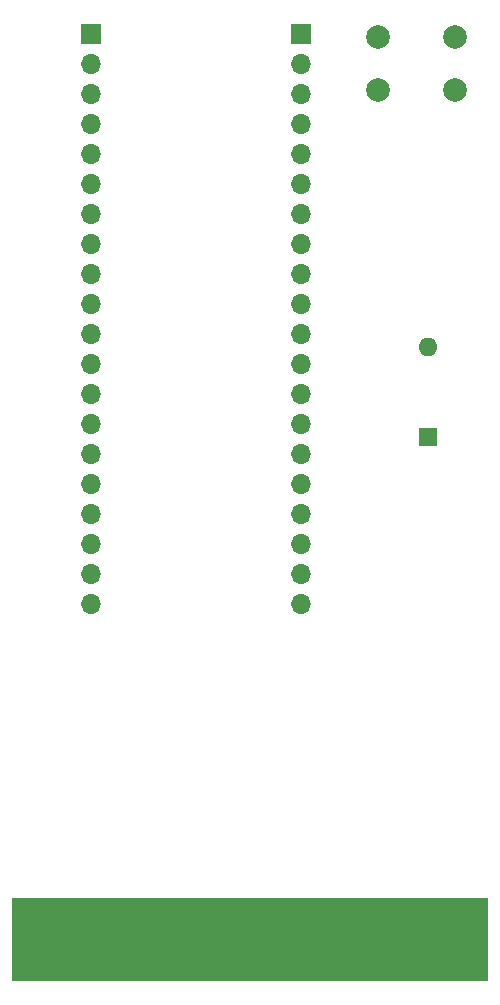
<source format=gbr>
%TF.GenerationSoftware,KiCad,Pcbnew,8.0.1*%
%TF.CreationDate,2024-04-26T17:01:43+02:00*%
%TF.ProjectId,PiCOLECO,5069434f-4c45-4434-9f2e-6b696361645f,1*%
%TF.SameCoordinates,Original*%
%TF.FileFunction,Soldermask,Bot*%
%TF.FilePolarity,Negative*%
%FSLAX46Y46*%
G04 Gerber Fmt 4.6, Leading zero omitted, Abs format (unit mm)*
G04 Created by KiCad (PCBNEW 8.0.1) date 2024-04-26 17:01:43*
%MOMM*%
%LPD*%
G01*
G04 APERTURE LIST*
%ADD10C,0.100000*%
%ADD11R,1.750000X7.000000*%
%ADD12C,2.000000*%
%ADD13R,1.700000X1.700000*%
%ADD14O,1.700000X1.700000*%
%ADD15R,1.600000X1.600000*%
%ADD16O,1.600000X1.600000*%
G04 APERTURE END LIST*
D10*
%TO.C,X1*%
X119138700Y-153532700D02*
X78943200Y-153469200D01*
X78943200Y-146547700D01*
X119138700Y-146547700D01*
X119138700Y-153532700D01*
G36*
X119138700Y-153532700D02*
G01*
X78943200Y-153469200D01*
X78943200Y-146547700D01*
X119138700Y-146547700D01*
X119138700Y-153532700D01*
G37*
%TD*%
D11*
%TO.C,X1*%
X81292700Y-150040200D03*
X83832700Y-150040200D03*
X86372700Y-150040200D03*
X88912700Y-150040200D03*
X91452700Y-150040200D03*
X93992700Y-150040200D03*
X96532700Y-150040200D03*
X99072700Y-150040200D03*
X101612700Y-150040200D03*
X104152700Y-150040200D03*
X106692700Y-150040200D03*
X109232700Y-150040200D03*
X111772700Y-150040200D03*
X114312700Y-150040200D03*
X116852700Y-150040200D03*
%TD*%
D12*
%TO.C,SW1*%
X109875000Y-73650000D03*
X116375000Y-73650000D03*
X109875000Y-78150000D03*
X116375000Y-78150000D03*
%TD*%
D13*
%TO.C,J2*%
X103375000Y-73385000D03*
D14*
X103375000Y-75925000D03*
X103375000Y-78465000D03*
X103375000Y-81005000D03*
X103375000Y-83545000D03*
X103375000Y-86085000D03*
X103375000Y-88625000D03*
X103375000Y-91165000D03*
X103375000Y-93705000D03*
X103375000Y-96245000D03*
X103375000Y-98785000D03*
X103375000Y-101325000D03*
X103375000Y-103865000D03*
X103375000Y-106405000D03*
X103375000Y-108945000D03*
X103375000Y-111485000D03*
X103375000Y-114025000D03*
X103375000Y-116565000D03*
X103375000Y-119105000D03*
X103375000Y-121645000D03*
%TD*%
D13*
%TO.C,J1*%
X85600000Y-73385000D03*
D14*
X85600000Y-75925000D03*
X85600000Y-78465000D03*
X85600000Y-81005000D03*
X85600000Y-83545000D03*
X85600000Y-86085000D03*
X85600000Y-88625000D03*
X85600000Y-91165000D03*
X85600000Y-93705000D03*
X85600000Y-96245000D03*
X85600000Y-98785000D03*
X85600000Y-101325000D03*
X85600000Y-103865000D03*
X85600000Y-106405000D03*
X85600000Y-108945000D03*
X85600000Y-111485000D03*
X85600000Y-114025000D03*
X85600000Y-116565000D03*
X85600000Y-119105000D03*
X85600000Y-121645000D03*
%TD*%
D15*
%TO.C,D1*%
X114125000Y-107535000D03*
D16*
X114125000Y-99915000D03*
%TD*%
M02*

</source>
